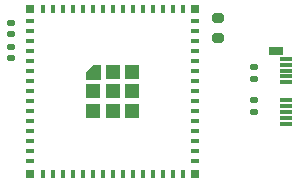
<source format=gbr>
%TF.GenerationSoftware,KiCad,Pcbnew,(6.0.7)*%
%TF.CreationDate,2023-02-04T21:02:38-08:00*%
%TF.ProjectId,ESP_Module,4553505f-4d6f-4647-956c-652e6b696361,rev?*%
%TF.SameCoordinates,Original*%
%TF.FileFunction,Paste,Top*%
%TF.FilePolarity,Positive*%
%FSLAX46Y46*%
G04 Gerber Fmt 4.6, Leading zero omitted, Abs format (unit mm)*
G04 Created by KiCad (PCBNEW (6.0.7)) date 2023-02-04 21:02:38*
%MOMM*%
%LPD*%
G01*
G04 APERTURE LIST*
G04 Aperture macros list*
%AMRoundRect*
0 Rectangle with rounded corners*
0 $1 Rounding radius*
0 $2 $3 $4 $5 $6 $7 $8 $9 X,Y pos of 4 corners*
0 Add a 4 corners polygon primitive as box body*
4,1,4,$2,$3,$4,$5,$6,$7,$8,$9,$2,$3,0*
0 Add four circle primitives for the rounded corners*
1,1,$1+$1,$2,$3*
1,1,$1+$1,$4,$5*
1,1,$1+$1,$6,$7*
1,1,$1+$1,$8,$9*
0 Add four rect primitives between the rounded corners*
20,1,$1+$1,$2,$3,$4,$5,0*
20,1,$1+$1,$4,$5,$6,$7,0*
20,1,$1+$1,$6,$7,$8,$9,0*
20,1,$1+$1,$8,$9,$2,$3,0*%
G04 Aperture macros list end*
%ADD10C,0.010000*%
%ADD11R,0.800000X0.400000*%
%ADD12R,0.400000X0.800000*%
%ADD13R,1.200000X1.200000*%
%ADD14R,0.800000X0.800000*%
%ADD15RoundRect,0.135000X0.185000X-0.135000X0.185000X0.135000X-0.185000X0.135000X-0.185000X-0.135000X0*%
%ADD16RoundRect,0.140000X0.170000X-0.140000X0.170000X0.140000X-0.170000X0.140000X-0.170000X-0.140000X0*%
%ADD17RoundRect,0.140000X-0.170000X0.140000X-0.170000X-0.140000X0.170000X-0.140000X0.170000X0.140000X0*%
%ADD18RoundRect,0.135000X-0.185000X0.135000X-0.185000X-0.135000X0.185000X-0.135000X0.185000X0.135000X0*%
%ADD19RoundRect,0.200000X0.275000X-0.200000X0.275000X0.200000X-0.275000X0.200000X-0.275000X-0.200000X0*%
%ADD20R,1.000000X0.380000*%
%ADD21R,1.150000X0.700000*%
G04 APERTURE END LIST*
%TO.C,U2*%
G36*
X130522000Y-104360000D02*
G01*
X129322000Y-104360000D01*
X129322000Y-103760000D01*
X129922000Y-103160000D01*
X130522000Y-103160000D01*
X130522000Y-104360000D01*
G37*
D10*
X130522000Y-104360000D02*
X129322000Y-104360000D01*
X129322000Y-103760000D01*
X129922000Y-103160000D01*
X130522000Y-103160000D01*
X130522000Y-104360000D01*
%TD*%
D11*
%TO.C,U2*%
X124572000Y-99460000D03*
X124572000Y-100310000D03*
X124572000Y-101160000D03*
X124572000Y-102010000D03*
X124572000Y-102860000D03*
X124572000Y-103710000D03*
X124572000Y-104560000D03*
X124572000Y-105410000D03*
X124572000Y-106260000D03*
X124572000Y-107110000D03*
X124572000Y-107960000D03*
X124572000Y-108810000D03*
X124572000Y-109660000D03*
X124572000Y-110510000D03*
X124572000Y-111360000D03*
D12*
X125622000Y-112410000D03*
X126472000Y-112410000D03*
X127322000Y-112410000D03*
X128172000Y-112410000D03*
X129022000Y-112410000D03*
X129872000Y-112410000D03*
X130722000Y-112410000D03*
X131572000Y-112410000D03*
X132422000Y-112410000D03*
X133272000Y-112410000D03*
X134122000Y-112410000D03*
X134972000Y-112410000D03*
X135822000Y-112410000D03*
X136672000Y-112410000D03*
X137522000Y-112410000D03*
D11*
X138572000Y-111360000D03*
X138572000Y-110510000D03*
X138572000Y-109660000D03*
X138572000Y-108810000D03*
X138572000Y-107960000D03*
X138572000Y-107110000D03*
X138572000Y-106260000D03*
X138572000Y-105410000D03*
X138572000Y-104560000D03*
X138572000Y-103710000D03*
X138572000Y-102860000D03*
X138572000Y-102010000D03*
X138572000Y-101160000D03*
X138572000Y-100310000D03*
X138572000Y-99460000D03*
D12*
X137522000Y-98410000D03*
X136672000Y-98410000D03*
X135822000Y-98410000D03*
X134972000Y-98410000D03*
X134122000Y-98410000D03*
X133272000Y-98410000D03*
X132422000Y-98410000D03*
X131572000Y-98410000D03*
X130722000Y-98410000D03*
X129872000Y-98410000D03*
X129022000Y-98410000D03*
X128172000Y-98410000D03*
X127322000Y-98410000D03*
X126472000Y-98410000D03*
X125622000Y-98410000D03*
D13*
X131572000Y-105410000D03*
X131572000Y-103760000D03*
X133222000Y-103760000D03*
X133222000Y-105410000D03*
X133222000Y-107060000D03*
X131572000Y-107060000D03*
X129922000Y-107060000D03*
X129922000Y-105410000D03*
D14*
X124572000Y-98410000D03*
X124572000Y-112410000D03*
X138572000Y-112410000D03*
X138572000Y-98410000D03*
%TD*%
D15*
%TO.C,R4*%
X143510000Y-104396000D03*
X143510000Y-103376000D03*
%TD*%
D16*
%TO.C,C2*%
X122936000Y-100556000D03*
X122936000Y-99596000D03*
%TD*%
D17*
%TO.C,C1*%
X122936000Y-101628000D03*
X122936000Y-102588000D03*
%TD*%
D18*
%TO.C,R5*%
X143510000Y-106170000D03*
X143510000Y-107190000D03*
%TD*%
D19*
%TO.C,R3*%
X140462000Y-100901000D03*
X140462000Y-99251000D03*
%TD*%
D20*
%TO.C,P1*%
X146264000Y-102660000D03*
X146264000Y-103160000D03*
X146264000Y-103660000D03*
X146264000Y-104160000D03*
X146264000Y-104660000D03*
X146264000Y-106160000D03*
X146264000Y-106660000D03*
X146264000Y-107160000D03*
X146264000Y-107660000D03*
X146264000Y-108160000D03*
D21*
X145424000Y-101990000D03*
%TD*%
M02*

</source>
